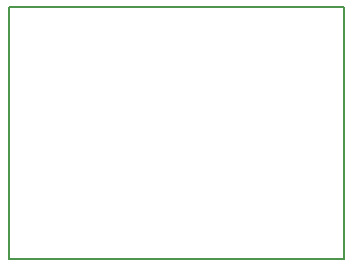
<source format=gko>
G04 #@! TF.GenerationSoftware,KiCad,Pcbnew,(2017-01-24 revision 0b6147e)-makepkg*
G04 #@! TF.CreationDate,2017-01-29T22:10:28+05:30*
G04 #@! TF.ProjectId,attiny13a,617474696E793133612E6B696361645F,0.1*
G04 #@! TF.FileFunction,Profile,NP*
%FSLAX46Y46*%
G04 Gerber Fmt 4.6, Leading zero omitted, Abs format (unit mm)*
G04 Created by KiCad (PCBNEW (2017-01-24 revision 0b6147e)-makepkg) date 01/29/17 22:10:28*
%MOMM*%
%LPD*%
G01*
G04 APERTURE LIST*
%ADD10C,0.100000*%
%ADD11C,0.150000*%
G04 APERTURE END LIST*
D10*
D11*
X147955000Y-83566000D02*
X147828000Y-83566000D01*
X147955000Y-104902000D02*
X147955000Y-83566000D01*
X119634000Y-104902000D02*
X147955000Y-104902000D01*
X119634000Y-101346000D02*
X119634000Y-104902000D01*
X119634000Y-83566000D02*
X141224000Y-83566000D01*
X119634000Y-86360000D02*
X119634000Y-83566000D01*
X119634000Y-101346000D02*
X119634000Y-86360000D01*
X141224000Y-83566000D02*
X147828000Y-83566000D01*
M02*

</source>
